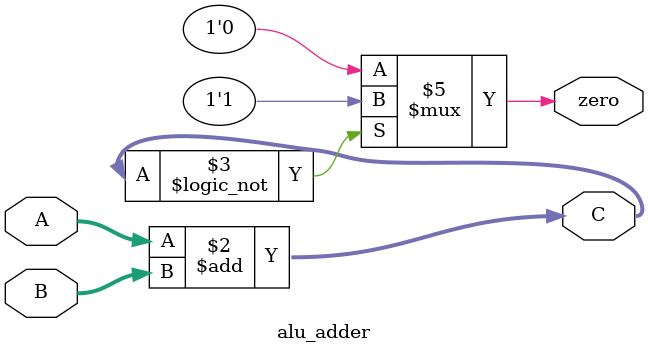
<source format=v>


module alu_adder(
    input   [31:0]  A,
    input   [31:0]  B,
    output  reg [31:0]  C,
    output  reg zero
    );
    
always @ (*) begin
    C=A+B;
    if(C==32'b0) zero=1'b1;
    else zero=1'b0;
end
    
endmodule

</source>
